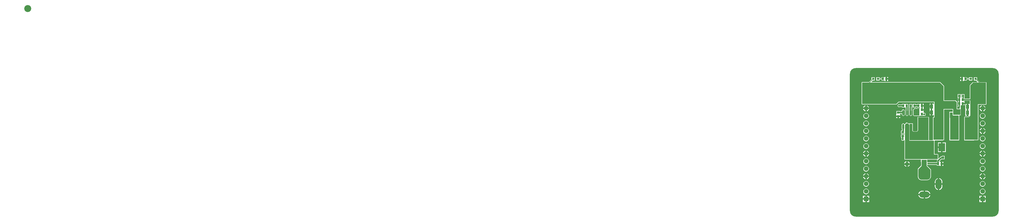
<source format=gtl>
G04 Layer_Physical_Order=1*
G04 Layer_Color=25308*
%FSLAX23Y23*%
%MOIN*%
G70*
G01*
G75*
%ADD10R,0.028X0.033*%
%ADD11R,0.031X0.031*%
%ADD12R,0.030X0.033*%
%ADD13R,0.041X0.053*%
%ADD14R,0.035X0.026*%
%ADD15R,0.053X0.041*%
%ADD16R,0.033X0.030*%
%ADD17O,0.024X0.075*%
%ADD18R,0.118X0.295*%
%ADD19R,0.085X0.108*%
%ADD20R,0.025X0.033*%
%ADD21R,0.071X0.022*%
%ADD22C,0.008*%
%ADD23C,0.020*%
%ADD24C,0.055*%
%ADD25C,0.010*%
%ADD26C,0.015*%
%ADD27C,0.055*%
%ADD28R,0.061X0.061*%
%ADD29C,0.061*%
%ADD30O,0.079X0.138*%
%ADD31O,0.138X0.079*%
%ADD32O,0.157X0.079*%
%ADD33C,0.026*%
%ADD34C,0.092*%
%ADD35C,0.158*%
%ADD36C,0.050*%
G36*
X1837Y1969D02*
X1890Y1969D01*
X1929Y1949D01*
X1969Y1890D01*
X1969Y1836D01*
X1969Y1836D01*
X1969Y132D01*
X1969Y132D01*
X1969Y79D01*
X1949Y39D01*
X1890Y0D01*
X1836Y0D01*
X1836Y-0D01*
X133D01*
X133Y-0D01*
X79Y-0D01*
X39Y20D01*
X0Y79D01*
X0Y133D01*
X-0Y133D01*
X-0Y1837D01*
X-0Y1837D01*
X-0Y1890D01*
X20Y1929D01*
X79Y1969D01*
X133Y1969D01*
X133Y1969D01*
X1837Y1969D01*
X1837Y1969D01*
D02*
G37*
%LPC*%
G36*
X1755Y672D02*
X1745Y671D01*
X1737Y667D01*
X1729Y661D01*
X1723Y653D01*
X1719Y645D01*
X1718Y635D01*
X1719Y625D01*
X1723Y617D01*
X1729Y609D01*
X1737Y603D01*
X1745Y599D01*
X1755Y598D01*
X1765Y599D01*
X1773Y603D01*
X1781Y609D01*
X1787Y617D01*
X1791Y625D01*
X1792Y635D01*
X1791Y645D01*
X1787Y653D01*
X1781Y661D01*
X1773Y667D01*
X1765Y671D01*
X1755Y672D01*
D02*
G37*
G36*
X215D02*
X205Y671D01*
X197Y667D01*
X189Y661D01*
X183Y653D01*
X179Y645D01*
X178Y635D01*
X179Y625D01*
X183Y617D01*
X189Y609D01*
X197Y603D01*
X205Y599D01*
X215Y598D01*
X225Y599D01*
X233Y603D01*
X241Y609D01*
X247Y617D01*
X251Y625D01*
X252Y635D01*
X251Y645D01*
X247Y653D01*
X241Y661D01*
X233Y667D01*
X225Y671D01*
X215Y672D01*
D02*
G37*
G36*
X745Y688D02*
X718D01*
X722Y679D01*
X728Y671D01*
X736Y665D01*
X745Y662D01*
Y688D01*
D02*
G37*
G36*
X1236Y690D02*
X1223D01*
Y673D01*
X1236D01*
Y690D01*
D02*
G37*
G36*
X792Y688D02*
X765D01*
Y662D01*
X774Y665D01*
X782Y671D01*
X788Y679D01*
X792Y688D01*
D02*
G37*
G36*
X1765Y575D02*
Y545D01*
X1795D01*
X1794Y546D01*
X1790Y555D01*
X1784Y564D01*
X1775Y570D01*
X1766Y574D01*
X1765Y575D01*
D02*
G37*
G36*
X1795Y525D02*
X1765D01*
Y495D01*
X1766Y496D01*
X1775Y500D01*
X1784Y506D01*
X1790Y515D01*
X1794Y524D01*
X1795Y525D01*
D02*
G37*
G36*
X1745D02*
X1715D01*
X1716Y524D01*
X1720Y515D01*
X1726Y506D01*
X1735Y500D01*
X1744Y496D01*
X1745Y495D01*
Y525D01*
D02*
G37*
G36*
X205Y575D02*
X204Y574D01*
X195Y570D01*
X186Y564D01*
X180Y555D01*
X176Y546D01*
X175Y545D01*
X205D01*
Y575D01*
D02*
G37*
G36*
X1745D02*
X1744Y574D01*
X1735Y570D01*
X1726Y564D01*
X1720Y555D01*
X1716Y546D01*
X1715Y545D01*
X1745D01*
Y575D01*
D02*
G37*
G36*
X225D02*
Y545D01*
X255D01*
X254Y546D01*
X250Y555D01*
X244Y564D01*
X235Y570D01*
X226Y574D01*
X225Y575D01*
D02*
G37*
G36*
X1745Y825D02*
X1715D01*
X1716Y824D01*
X1720Y815D01*
X1726Y806D01*
X1735Y800D01*
X1744Y796D01*
X1745Y795D01*
Y825D01*
D02*
G37*
G36*
X255D02*
X225D01*
Y795D01*
X226Y796D01*
X235Y800D01*
X244Y806D01*
X250Y815D01*
X254Y824D01*
X255Y825D01*
D02*
G37*
G36*
X1795D02*
X1765D01*
Y795D01*
X1766Y796D01*
X1775Y800D01*
X1784Y806D01*
X1790Y815D01*
X1794Y824D01*
X1795Y825D01*
D02*
G37*
G36*
X225Y875D02*
Y845D01*
X255D01*
X254Y846D01*
X250Y855D01*
X244Y864D01*
X235Y870D01*
X226Y874D01*
X225Y875D01*
D02*
G37*
G36*
X205D02*
X204Y874D01*
X195Y870D01*
X186Y864D01*
X180Y855D01*
X176Y846D01*
X175Y845D01*
X205D01*
Y875D01*
D02*
G37*
G36*
Y825D02*
X175D01*
X176Y824D01*
X180Y815D01*
X186Y806D01*
X195Y800D01*
X204Y796D01*
X205Y795D01*
Y825D01*
D02*
G37*
G36*
X1755Y772D02*
X1745Y771D01*
X1737Y767D01*
X1729Y761D01*
X1723Y753D01*
X1719Y745D01*
X1718Y735D01*
X1719Y725D01*
X1723Y717D01*
X1729Y709D01*
X1737Y703D01*
X1745Y699D01*
X1755Y698D01*
X1765Y699D01*
X1773Y703D01*
X1781Y709D01*
X1787Y717D01*
X1791Y725D01*
X1792Y735D01*
X1791Y745D01*
X1787Y753D01*
X1781Y761D01*
X1773Y767D01*
X1765Y771D01*
X1755Y772D01*
D02*
G37*
G36*
X215D02*
X205Y771D01*
X197Y767D01*
X189Y761D01*
X183Y753D01*
X179Y745D01*
X178Y735D01*
X179Y725D01*
X183Y717D01*
X189Y709D01*
X197Y703D01*
X205Y699D01*
X215Y698D01*
X225Y699D01*
X233Y703D01*
X241Y709D01*
X247Y717D01*
X251Y725D01*
X252Y735D01*
X251Y745D01*
X247Y753D01*
X241Y761D01*
X233Y767D01*
X225Y771D01*
X215Y772D01*
D02*
G37*
G36*
X745Y735D02*
X736Y731D01*
X728Y725D01*
X722Y717D01*
X718Y708D01*
X745D01*
Y735D01*
D02*
G37*
G36*
X1223Y727D02*
Y710D01*
X1236D01*
Y727D01*
X1223D01*
D02*
G37*
G36*
X765Y735D02*
Y708D01*
X792D01*
X788Y717D01*
X782Y725D01*
X774Y731D01*
X765Y735D01*
D02*
G37*
G36*
X256Y276D02*
X225D01*
Y245D01*
X256D01*
Y276D01*
D02*
G37*
G36*
X205D02*
X174D01*
Y245D01*
X205D01*
Y276D01*
D02*
G37*
G36*
X1745D02*
X1714D01*
Y245D01*
X1745D01*
Y276D01*
D02*
G37*
G36*
X215Y372D02*
X205Y371D01*
X197Y367D01*
X189Y361D01*
X183Y353D01*
X179Y345D01*
X178Y335D01*
X179Y325D01*
X183Y317D01*
X189Y309D01*
X197Y303D01*
X205Y299D01*
X215Y298D01*
X225Y299D01*
X233Y303D01*
X241Y309D01*
X247Y317D01*
X251Y325D01*
X252Y335D01*
X251Y345D01*
X247Y353D01*
X241Y361D01*
X233Y367D01*
X225Y371D01*
X215Y372D01*
D02*
G37*
G36*
X1796Y276D02*
X1765D01*
Y245D01*
X1796D01*
Y276D01*
D02*
G37*
G36*
X1063Y284D02*
X995D01*
Y244D01*
X1015D01*
X1027Y246D01*
X1039Y251D01*
X1050Y259D01*
X1058Y269D01*
X1063Y281D01*
X1063Y284D01*
D02*
G37*
G36*
X256Y225D02*
X225D01*
Y194D01*
X256D01*
Y225D01*
D02*
G37*
G36*
X205D02*
X174D01*
Y194D01*
X205D01*
Y225D01*
D02*
G37*
G36*
X1745D02*
X1714D01*
Y194D01*
X1745D01*
Y225D01*
D02*
G37*
G36*
X975Y284D02*
X907D01*
X907Y281D01*
X912Y269D01*
X920Y259D01*
X931Y251D01*
X943Y246D01*
X955Y244D01*
X975D01*
Y284D01*
D02*
G37*
G36*
X1796Y225D02*
X1765D01*
Y194D01*
X1796D01*
Y225D01*
D02*
G37*
G36*
X1164Y510D02*
X1161Y509D01*
X1149Y504D01*
X1139Y496D01*
X1131Y486D01*
X1126Y474D01*
X1124Y461D01*
Y442D01*
X1164D01*
Y510D01*
D02*
G37*
G36*
X1755Y472D02*
X1745Y471D01*
X1737Y467D01*
X1729Y461D01*
X1723Y453D01*
X1719Y445D01*
X1718Y435D01*
X1719Y425D01*
X1723Y417D01*
X1729Y409D01*
X1737Y403D01*
X1745Y399D01*
X1755Y398D01*
X1765Y399D01*
X1773Y403D01*
X1781Y409D01*
X1787Y417D01*
X1791Y425D01*
X1792Y435D01*
X1791Y445D01*
X1787Y453D01*
X1781Y461D01*
X1773Y467D01*
X1765Y471D01*
X1755Y472D01*
D02*
G37*
G36*
X1184Y510D02*
Y442D01*
X1224D01*
Y461D01*
X1222Y474D01*
X1217Y486D01*
X1209Y496D01*
X1199Y504D01*
X1187Y509D01*
X1184Y510D01*
D02*
G37*
G36*
X255Y525D02*
X225D01*
Y495D01*
X226Y496D01*
X235Y500D01*
X244Y506D01*
X250Y515D01*
X254Y524D01*
X255Y525D01*
D02*
G37*
G36*
X205D02*
X175D01*
X176Y524D01*
X180Y515D01*
X186Y506D01*
X195Y500D01*
X204Y496D01*
X205Y495D01*
Y525D01*
D02*
G37*
G36*
X215Y472D02*
X205Y471D01*
X197Y467D01*
X189Y461D01*
X183Y453D01*
X179Y445D01*
X178Y435D01*
X179Y425D01*
X183Y417D01*
X189Y409D01*
X197Y403D01*
X205Y399D01*
X215Y398D01*
X225Y399D01*
X233Y403D01*
X241Y409D01*
X247Y417D01*
X251Y425D01*
X252Y435D01*
X251Y445D01*
X247Y453D01*
X241Y461D01*
X233Y467D01*
X225Y471D01*
X215Y472D01*
D02*
G37*
G36*
X975Y344D02*
X955D01*
X943Y342D01*
X931Y337D01*
X920Y329D01*
X912Y319D01*
X907Y307D01*
X907Y304D01*
X975D01*
Y344D01*
D02*
G37*
G36*
X1755Y372D02*
X1745Y371D01*
X1737Y367D01*
X1729Y361D01*
X1723Y353D01*
X1719Y345D01*
X1718Y335D01*
X1719Y325D01*
X1723Y317D01*
X1729Y309D01*
X1737Y303D01*
X1745Y299D01*
X1755Y298D01*
X1765Y299D01*
X1773Y303D01*
X1781Y309D01*
X1787Y317D01*
X1791Y325D01*
X1792Y335D01*
X1791Y345D01*
X1787Y353D01*
X1781Y361D01*
X1773Y367D01*
X1765Y371D01*
X1755Y372D01*
D02*
G37*
G36*
X1015Y344D02*
X995D01*
Y304D01*
X1063D01*
X1063Y307D01*
X1058Y319D01*
X1050Y329D01*
X1039Y337D01*
X1027Y342D01*
X1015Y344D01*
D02*
G37*
G36*
X1224Y422D02*
X1184D01*
Y354D01*
X1187Y354D01*
X1199Y359D01*
X1209Y367D01*
X1217Y377D01*
X1222Y389D01*
X1224Y402D01*
Y422D01*
D02*
G37*
G36*
X1164D02*
X1124D01*
Y402D01*
X1126Y389D01*
X1131Y377D01*
X1139Y367D01*
X1149Y359D01*
X1161Y354D01*
X1164Y354D01*
Y422D01*
D02*
G37*
G36*
X1745Y875D02*
X1744Y874D01*
X1735Y870D01*
X1726Y864D01*
X1720Y855D01*
X1716Y846D01*
X1715Y845D01*
X1745D01*
Y875D01*
D02*
G37*
G36*
X1683Y1847D02*
X1640D01*
Y1803D01*
X1669D01*
X1685Y1787D01*
X1683Y1781D01*
X1628D01*
X1628Y1781D01*
X1628Y1781D01*
X1626Y1781D01*
X1623Y1780D01*
X1623Y1780D01*
X1623Y1780D01*
X1589Y1745D01*
X1588Y1742D01*
X1587Y1740D01*
Y1600D01*
Y1564D01*
X1517D01*
X1512Y1568D01*
Y1572D01*
X1515Y1577D01*
X1515Y1577D01*
Y1577D01*
X1515Y1583D01*
Y1623D01*
X1474D01*
Y1577D01*
X1474Y1577D01*
X1474D01*
D01*
X1471Y1573D01*
X1470D01*
X1469D01*
X1466Y1577D01*
X1466Y1577D01*
X1466Y1577D01*
Y1623D01*
X1425D01*
Y1577D01*
X1425D01*
X1428Y1573D01*
Y1527D01*
X1428D01*
Y1523D01*
X1428D01*
Y1477D01*
X1434D01*
Y1461D01*
X1420D01*
X1420Y1516D01*
X1418Y1521D01*
X1401Y1539D01*
X1396Y1540D01*
X1246Y1540D01*
Y1595D01*
Y1729D01*
X1245Y1734D01*
X1196Y1783D01*
X1191Y1784D01*
X290D01*
X288Y1790D01*
X301Y1803D01*
X330D01*
Y1847D01*
X287D01*
Y1818D01*
X254Y1784D01*
X164D01*
X159Y1783D01*
X157Y1778D01*
Y1493D01*
X159Y1488D01*
X164Y1487D01*
X611D01*
X616Y1488D01*
X645Y1518D01*
X1109Y1518D01*
X1114Y1513D01*
Y1502D01*
X1111Y1497D01*
X1111D01*
X1108Y1497D01*
X1090D01*
Y1460D01*
X1075D01*
Y1450D01*
X1055D01*
X1055Y1390D01*
X1070D01*
Y1370D01*
X1055D01*
X1055Y1343D01*
X1070D01*
Y1380D01*
X1090D01*
Y1343D01*
X1108D01*
X1111Y1343D01*
X1111D01*
X1114Y1338D01*
X1114Y1338D01*
Y1319D01*
X1098D01*
Y1017D01*
X1094Y1012D01*
X1046Y1012D01*
X1046Y1315D01*
X1045Y1320D01*
X1040Y1321D01*
X902Y1321D01*
X897Y1320D01*
X895Y1315D01*
X895Y1148D01*
Y1144D01*
D01*
D01*
X882Y1131D01*
X843Y1131D01*
X833Y1141D01*
Y1144D01*
D01*
Y1144D01*
Y1150D01*
X833Y1150D01*
X833Y1233D01*
X832Y1233D01*
X831Y1235D01*
X826Y1236D01*
X790Y1236D01*
X785Y1235D01*
X779Y1234D01*
X779Y1234D01*
X772Y1239D01*
X764Y1243D01*
X757Y1243D01*
X757Y1245D01*
X742D01*
X742Y1241D01*
X738Y1239D01*
X731Y1234D01*
X727Y1228D01*
X722Y1228D01*
X720Y1228D01*
X718Y1231D01*
X712Y1235D01*
X705Y1236D01*
X698Y1235D01*
X692Y1231D01*
X688Y1225D01*
X687Y1218D01*
Y1167D01*
X688Y1160D01*
X689Y1159D01*
Y1140D01*
X677D01*
Y1099D01*
X721D01*
Y1091D01*
X677D01*
Y1050D01*
X684D01*
Y1035D01*
X682Y1032D01*
X681Y1025D01*
X682Y1018D01*
X686Y1011D01*
X693Y1007D01*
X700Y1006D01*
X707Y1007D01*
X714Y1011D01*
X715Y1014D01*
X721Y1012D01*
Y840D01*
X721Y840D01*
X722Y837D01*
Y763D01*
X723Y758D01*
X728Y757D01*
X940D01*
Y723D01*
X940D01*
X942Y722D01*
X942Y676D01*
X900Y635D01*
X899Y630D01*
Y525D01*
X900Y520D01*
X901Y520D01*
X901Y518D01*
X906Y507D01*
X913Y498D01*
X923Y490D01*
X934Y486D01*
X946Y484D01*
X1024D01*
X1036Y486D01*
X1047Y490D01*
X1057Y498D01*
X1064Y507D01*
X1069Y518D01*
X1069Y520D01*
X1070Y520D01*
X1071Y525D01*
X1071Y624D01*
X1070Y629D01*
X1021Y677D01*
Y686D01*
X1102D01*
Y686D01*
X1148D01*
Y677D01*
X1183D01*
X1185Y677D01*
X1189Y673D01*
D01*
X1190D01*
X1191Y673D01*
X1203D01*
Y700D01*
Y727D01*
X1191D01*
X1190Y727D01*
X1189D01*
X1189D01*
X1186Y728D01*
X1185Y734D01*
X1210Y759D01*
X1215Y761D01*
Y761D01*
X1215Y761D01*
X1227D01*
X1228Y760D01*
X1234Y759D01*
X1240Y760D01*
X1241Y761D01*
X1252D01*
Y805D01*
X1215D01*
Y797D01*
X1209D01*
X1203Y796D01*
X1197Y793D01*
X1174Y769D01*
X1168Y771D01*
X1168Y823D01*
X1167Y828D01*
X1162Y829D01*
X1120Y829D01*
X1120Y855D01*
X1120D01*
Y971D01*
D01*
X1120Y1005D01*
X1121Y1006D01*
X1125Y1011D01*
X1228D01*
Y1014D01*
X1240D01*
X1245Y1015D01*
X1246Y1020D01*
Y1260D01*
X1246D01*
Y1416D01*
X1250Y1420D01*
X1360D01*
Y1390D01*
X1316D01*
Y1376D01*
Y1376D01*
Y1310D01*
X1317Y1309D01*
Y1011D01*
X1447D01*
Y1319D01*
X1446D01*
Y1335D01*
X1446Y1336D01*
X1450Y1342D01*
X1461D01*
X1466Y1344D01*
X1466Y1345D01*
D01*
X1467Y1348D01*
X1467Y1348D01*
X1467Y1347D01*
X1467Y1347D01*
X1467Y1347D01*
X1467Y1478D01*
X1516Y1478D01*
Y1523D01*
X1516Y1524D01*
Y1527D01*
Y1527D01*
X1513Y1530D01*
X1514Y1532D01*
X1517Y1536D01*
X1587D01*
Y1497D01*
X1586Y1492D01*
X1582Y1492D01*
X1581D01*
X1565D01*
Y1455D01*
X1545D01*
Y1492D01*
X1525D01*
Y1418D01*
X1545D01*
Y1440D01*
X1565D01*
Y1418D01*
X1580D01*
X1582Y1415D01*
X1580Y1412D01*
X1565D01*
Y1385D01*
X1545D01*
Y1412D01*
X1525D01*
Y1338D01*
X1545D01*
Y1375D01*
X1565D01*
Y1338D01*
X1576D01*
X1579Y1333D01*
X1572Y1326D01*
X1521D01*
X1519Y1328D01*
X1511Y1320D01*
X1513Y1317D01*
Y1011D01*
X1643D01*
Y1014D01*
X1693D01*
X1698Y1015D01*
X1699Y1020D01*
Y1484D01*
X1800D01*
X1805Y1485D01*
X1806Y1490D01*
Y1740D01*
Y1775D01*
X1805Y1780D01*
X1800Y1781D01*
X1719D01*
X1683Y1818D01*
Y1847D01*
D02*
G37*
G36*
X826Y1493D02*
X785D01*
Y1447D01*
X789D01*
Y1411D01*
X788Y1410D01*
X787Y1403D01*
Y1352D01*
X788Y1345D01*
X792Y1339D01*
X798Y1335D01*
X805Y1334D01*
X812Y1335D01*
X818Y1339D01*
X822Y1345D01*
X823Y1352D01*
Y1403D01*
X822Y1410D01*
X821Y1411D01*
Y1447D01*
X826D01*
Y1493D01*
D02*
G37*
G36*
X205Y1425D02*
X175D01*
X176Y1424D01*
X180Y1415D01*
X186Y1406D01*
X195Y1400D01*
X204Y1396D01*
X205Y1395D01*
Y1425D01*
D02*
G37*
G36*
X733Y1493D02*
X730D01*
X727D01*
X727Y1493D01*
X688D01*
Y1486D01*
X660D01*
X657Y1488D01*
X650Y1489D01*
X643Y1488D01*
X636Y1484D01*
X632Y1477D01*
X631Y1470D01*
X632Y1463D01*
X636Y1456D01*
X643Y1452D01*
X650Y1451D01*
X657Y1452D01*
X660Y1454D01*
X688D01*
Y1447D01*
X727D01*
X727Y1447D01*
X730D01*
X733D01*
X739Y1446D01*
Y1411D01*
X738Y1410D01*
X737Y1403D01*
Y1352D01*
X738Y1345D01*
X742Y1339D01*
X748Y1335D01*
X755Y1334D01*
X762Y1335D01*
X768Y1339D01*
X772Y1345D01*
X773Y1352D01*
Y1403D01*
X772Y1410D01*
X771Y1411D01*
Y1447D01*
X772D01*
Y1493D01*
X733D01*
X733Y1493D01*
D02*
G37*
G36*
X1472Y1815D02*
X1459D01*
Y1798D01*
X1472D01*
Y1815D01*
D02*
G37*
G36*
X630Y1320D02*
X613D01*
Y1306D01*
X630D01*
Y1320D01*
D02*
G37*
G36*
X1755Y1372D02*
X1745Y1371D01*
X1737Y1367D01*
X1729Y1361D01*
X1723Y1353D01*
X1719Y1345D01*
X1718Y1335D01*
X1719Y1325D01*
X1723Y1317D01*
X1729Y1309D01*
X1737Y1303D01*
X1745Y1299D01*
X1755Y1298D01*
X1765Y1299D01*
X1773Y1303D01*
X1781Y1309D01*
X1787Y1317D01*
X1791Y1325D01*
X1792Y1335D01*
X1791Y1345D01*
X1787Y1353D01*
X1781Y1361D01*
X1773Y1367D01*
X1765Y1371D01*
X1755Y1372D01*
D02*
G37*
G36*
X506Y1815D02*
X493D01*
Y1798D01*
X506D01*
Y1815D01*
D02*
G37*
G36*
X667Y1320D02*
X650D01*
Y1306D01*
X667D01*
Y1320D01*
D02*
G37*
G36*
X255Y1425D02*
X225D01*
Y1395D01*
X226Y1396D01*
X235Y1400D01*
X244Y1406D01*
X250Y1415D01*
X254Y1424D01*
X255Y1425D01*
D02*
G37*
G36*
X1745Y1475D02*
X1744Y1474D01*
X1735Y1470D01*
X1726Y1464D01*
X1720Y1455D01*
X1716Y1446D01*
X1715Y1445D01*
X1745D01*
Y1475D01*
D02*
G37*
G36*
X225D02*
Y1445D01*
X255D01*
X254Y1446D01*
X250Y1455D01*
X244Y1464D01*
X235Y1470D01*
X226Y1474D01*
X225Y1475D01*
D02*
G37*
G36*
X1070Y1497D02*
X1055D01*
X1055Y1470D01*
X1070D01*
Y1497D01*
D02*
G37*
G36*
X1765Y1475D02*
Y1445D01*
X1795D01*
X1794Y1446D01*
X1790Y1455D01*
X1784Y1464D01*
X1775Y1470D01*
X1766Y1474D01*
X1765Y1475D01*
D02*
G37*
G36*
X205D02*
X204Y1474D01*
X195Y1470D01*
X186Y1464D01*
X180Y1455D01*
X176Y1446D01*
X175Y1445D01*
X205D01*
Y1475D01*
D02*
G37*
G36*
X1795Y1425D02*
X1765D01*
Y1395D01*
X1766Y1396D01*
X1775Y1400D01*
X1784Y1406D01*
X1790Y1415D01*
X1794Y1424D01*
X1795Y1425D01*
D02*
G37*
G36*
X1745D02*
X1715D01*
X1716Y1424D01*
X1720Y1415D01*
X1726Y1406D01*
X1735Y1400D01*
X1744Y1396D01*
X1745Y1395D01*
Y1425D01*
D02*
G37*
G36*
X929Y1497D02*
X929D01*
X925Y1493D01*
X923Y1493D01*
X888D01*
Y1486D01*
X875D01*
Y1493D01*
X834D01*
Y1447D01*
X875D01*
Y1454D01*
X888D01*
Y1447D01*
X923D01*
X925Y1447D01*
X925Y1446D01*
Y1439D01*
X925Y1438D01*
X923Y1438D01*
X888D01*
Y1436D01*
X856D01*
X852Y1435D01*
X838Y1421D01*
X836Y1416D01*
Y1348D01*
X837Y1345D01*
X838Y1343D01*
X845Y1335D01*
X850Y1334D01*
X920D01*
X925Y1335D01*
X925Y1337D01*
X927D01*
X927Y1337D01*
X930D01*
X933D01*
X933Y1337D01*
X972D01*
X972Y1337D01*
X978Y1337D01*
X985Y1336D01*
X992Y1337D01*
X999Y1341D01*
X1003Y1348D01*
X1003Y1349D01*
X1004Y1349D01*
Y1357D01*
X1003Y1363D01*
X998Y1369D01*
X992Y1374D01*
X986Y1375D01*
X975D01*
X975Y1497D01*
X963D01*
Y1470D01*
X943D01*
Y1497D01*
X931D01*
X930Y1497D01*
X929D01*
D02*
G37*
G36*
X705Y1421D02*
X698Y1420D01*
X692Y1416D01*
X688Y1410D01*
X687Y1403D01*
Y1396D01*
X663D01*
Y1400D01*
X617D01*
Y1361D01*
X617Y1360D01*
X613Y1355D01*
D01*
Y1355D01*
X613Y1354D01*
Y1340D01*
X667D01*
Y1354D01*
X667Y1355D01*
Y1355D01*
Y1355D01*
X665Y1357D01*
X667Y1363D01*
X668Y1363D01*
X687D01*
Y1352D01*
X688Y1345D01*
X692Y1339D01*
X698Y1335D01*
X705Y1334D01*
X712Y1335D01*
X718Y1339D01*
X722Y1345D01*
X723Y1352D01*
Y1403D01*
X722Y1410D01*
X718Y1416D01*
X712Y1420D01*
X705Y1421D01*
D02*
G37*
G36*
X473Y1850D02*
X457D01*
X455Y1848D01*
X453Y1848D01*
X418D01*
Y1835D01*
X393D01*
Y1847D01*
X350D01*
Y1803D01*
X393D01*
Y1815D01*
X418D01*
Y1802D01*
X453D01*
X455Y1802D01*
X459Y1798D01*
D01*
X460D01*
X461Y1798D01*
X473D01*
Y1825D01*
Y1850D01*
D02*
G37*
G36*
X215Y1072D02*
X205Y1071D01*
X197Y1067D01*
X189Y1061D01*
X183Y1053D01*
X179Y1045D01*
X178Y1035D01*
X179Y1025D01*
X183Y1017D01*
X189Y1009D01*
X197Y1003D01*
X205Y999D01*
X215Y998D01*
X225Y999D01*
X233Y1003D01*
X241Y1009D01*
X247Y1017D01*
X251Y1025D01*
X252Y1035D01*
X251Y1045D01*
X247Y1053D01*
X241Y1061D01*
X233Y1067D01*
X225Y1071D01*
X215Y1072D01*
D02*
G37*
G36*
X1755D02*
X1745Y1071D01*
X1737Y1067D01*
X1729Y1061D01*
X1723Y1053D01*
X1719Y1045D01*
X1718Y1035D01*
X1719Y1025D01*
X1723Y1017D01*
X1729Y1009D01*
X1737Y1003D01*
X1745Y999D01*
X1755Y998D01*
X1765Y999D01*
X1773Y1003D01*
X1781Y1009D01*
X1787Y1017D01*
X1791Y1025D01*
X1792Y1035D01*
X1791Y1045D01*
X1787Y1053D01*
X1781Y1061D01*
X1773Y1067D01*
X1765Y1071D01*
X1755Y1072D01*
D02*
G37*
G36*
X1472Y1850D02*
X1459D01*
Y1835D01*
X1472D01*
Y1850D01*
D02*
G37*
G36*
X1207Y984D02*
X1165D01*
Y980D01*
Y930D01*
X1181D01*
Y910D01*
X1165Y910D01*
Y863D01*
Y856D01*
X1207D01*
Y920D01*
Y984D01*
D02*
G37*
G36*
X1270D02*
X1227D01*
Y920D01*
Y856D01*
X1270D01*
Y864D01*
Y976D01*
Y984D01*
D02*
G37*
G36*
X1765Y875D02*
Y845D01*
X1795D01*
X1794Y846D01*
X1790Y855D01*
X1784Y864D01*
X1775Y870D01*
X1766Y874D01*
X1765Y875D01*
D02*
G37*
G36*
X1755Y972D02*
X1745Y971D01*
X1737Y967D01*
X1729Y961D01*
X1723Y953D01*
X1719Y945D01*
X1718Y935D01*
X1719Y925D01*
X1723Y917D01*
X1729Y909D01*
X1737Y903D01*
X1745Y899D01*
X1755Y898D01*
X1765Y899D01*
X1773Y903D01*
X1781Y909D01*
X1787Y917D01*
X1791Y925D01*
X1792Y935D01*
X1791Y945D01*
X1787Y953D01*
X1781Y961D01*
X1773Y967D01*
X1765Y971D01*
X1755Y972D01*
D02*
G37*
G36*
X215D02*
X205Y971D01*
X197Y967D01*
X189Y961D01*
X183Y953D01*
X179Y945D01*
X178Y935D01*
X179Y925D01*
X183Y917D01*
X189Y909D01*
X197Y903D01*
X205Y899D01*
X215Y898D01*
X225Y899D01*
X233Y903D01*
X241Y909D01*
X247Y917D01*
X251Y925D01*
X252Y935D01*
X251Y945D01*
X247Y953D01*
X241Y961D01*
X233Y967D01*
X225Y971D01*
X215Y972D01*
D02*
G37*
G36*
X506Y1850D02*
X493D01*
Y1835D01*
X506D01*
Y1850D01*
D02*
G37*
G36*
X215Y1272D02*
X205Y1271D01*
X197Y1267D01*
X189Y1261D01*
X183Y1253D01*
X179Y1245D01*
X178Y1235D01*
X179Y1225D01*
X183Y1217D01*
X189Y1209D01*
X197Y1203D01*
X205Y1199D01*
X215Y1198D01*
X225Y1199D01*
X233Y1203D01*
X241Y1209D01*
X247Y1217D01*
X251Y1225D01*
X252Y1235D01*
X251Y1245D01*
X247Y1253D01*
X241Y1261D01*
X233Y1267D01*
X225Y1271D01*
X215Y1272D01*
D02*
G37*
G36*
X1765Y1175D02*
Y1145D01*
X1795D01*
X1794Y1146D01*
X1790Y1155D01*
X1784Y1164D01*
X1775Y1170D01*
X1766Y1174D01*
X1765Y1175D01*
D02*
G37*
G36*
X215Y1372D02*
X205Y1371D01*
X197Y1367D01*
X189Y1361D01*
X183Y1353D01*
X179Y1345D01*
X178Y1335D01*
X179Y1325D01*
X183Y1317D01*
X189Y1309D01*
X197Y1303D01*
X205Y1299D01*
X215Y1298D01*
X225Y1299D01*
X233Y1303D01*
X241Y1309D01*
X247Y1317D01*
X251Y1325D01*
X252Y1335D01*
X251Y1345D01*
X247Y1353D01*
X241Y1361D01*
X233Y1367D01*
X225Y1371D01*
X215Y1372D01*
D02*
G37*
G36*
X1755Y1272D02*
X1745Y1271D01*
X1737Y1267D01*
X1729Y1261D01*
X1723Y1253D01*
X1719Y1245D01*
X1718Y1235D01*
X1719Y1225D01*
X1723Y1217D01*
X1729Y1209D01*
X1737Y1203D01*
X1745Y1199D01*
X1755Y1198D01*
X1765Y1199D01*
X1773Y1203D01*
X1781Y1209D01*
X1787Y1217D01*
X1791Y1225D01*
X1792Y1235D01*
X1791Y1245D01*
X1787Y1253D01*
X1781Y1261D01*
X1773Y1267D01*
X1765Y1271D01*
X1755Y1272D01*
D02*
G37*
G36*
X1745Y1175D02*
X1744Y1174D01*
X1735Y1170D01*
X1726Y1164D01*
X1720Y1155D01*
X1716Y1146D01*
X1715Y1145D01*
X1745D01*
Y1175D01*
D02*
G37*
G36*
X1795Y1125D02*
X1765D01*
Y1095D01*
X1766Y1096D01*
X1775Y1100D01*
X1784Y1106D01*
X1790Y1115D01*
X1794Y1124D01*
X1795Y1125D01*
D02*
G37*
G36*
X1745D02*
X1715D01*
X1716Y1124D01*
X1720Y1115D01*
X1726Y1106D01*
X1735Y1100D01*
X1744Y1096D01*
X1745Y1095D01*
Y1125D01*
D02*
G37*
G36*
X1508Y1850D02*
X1492D01*
Y1825D01*
Y1798D01*
X1504D01*
X1505Y1798D01*
X1506D01*
X1506D01*
X1510Y1802D01*
X1512Y1802D01*
X1547D01*
Y1815D01*
X1577D01*
Y1803D01*
X1620D01*
Y1847D01*
X1577D01*
Y1835D01*
X1547D01*
Y1848D01*
X1512D01*
X1510Y1848D01*
X1508Y1850D01*
D02*
G37*
G36*
X215Y1172D02*
X205Y1171D01*
X197Y1167D01*
X189Y1161D01*
X183Y1153D01*
X179Y1145D01*
X178Y1135D01*
X179Y1125D01*
X183Y1117D01*
X189Y1109D01*
X197Y1103D01*
X205Y1099D01*
X215Y1098D01*
X225Y1099D01*
X233Y1103D01*
X241Y1109D01*
X247Y1117D01*
X251Y1125D01*
X252Y1135D01*
X251Y1145D01*
X247Y1153D01*
X241Y1161D01*
X233Y1167D01*
X225Y1171D01*
X215Y1172D01*
D02*
G37*
%LPD*%
G36*
X1800Y1740D02*
Y1490D01*
X1693D01*
Y1020D01*
X1520D01*
Y1320D01*
X1575D01*
X1594Y1339D01*
Y1490D01*
Y1740D01*
X1628Y1775D01*
X1800D01*
Y1740D01*
D02*
G37*
G36*
X1040Y1012D02*
X790Y1012D01*
Y1230D01*
X826Y1230D01*
X826Y1139D01*
X840Y1125D01*
X885Y1125D01*
X902Y1142D01*
X902Y1315D01*
X1040Y1315D01*
X1040Y1012D01*
D02*
G37*
G36*
X1114Y1006D02*
X1114Y823D01*
X1162Y823D01*
X1162Y763D01*
X1030Y763D01*
X728D01*
Y1006D01*
X1030D01*
Y1006D01*
X1114Y1006D01*
D02*
G37*
G36*
X1154Y757D02*
X1155Y753D01*
X1156Y751D01*
X1152Y746D01*
X1151Y739D01*
Y723D01*
X1148D01*
Y719D01*
X1102D01*
Y719D01*
X1028D01*
X1023Y723D01*
Y757D01*
X1030D01*
X1154Y757D01*
D02*
G37*
G36*
X1015Y674D02*
X1065Y624D01*
X1065Y525D01*
X905D01*
Y630D01*
X948Y673D01*
X948Y752D01*
X1015Y752D01*
X1015Y674D01*
D02*
G37*
G36*
X1240Y1729D02*
Y1595D01*
Y1534D01*
X1396Y1534D01*
X1414Y1516D01*
X1414Y1424D01*
X1461D01*
Y1349D01*
X1366D01*
Y1426D01*
X1240D01*
Y1020D01*
X1130D01*
X1120Y1030D01*
Y1524D01*
X642Y1524D01*
X611Y1493D01*
X164D01*
Y1778D01*
X1191D01*
X1240Y1729D01*
D02*
G37*
G36*
X1090Y1400D02*
X1070D01*
Y1440D01*
X1090D01*
Y1400D01*
D02*
G37*
G36*
X1360Y1380D02*
X1360Y1346D01*
X1365Y1340D01*
X1435D01*
X1440Y1335D01*
Y1310D01*
X1322D01*
Y1380D01*
X1360Y1380D01*
D02*
G37*
G36*
X920Y1340D02*
X850D01*
X842Y1348D01*
Y1416D01*
X856Y1430D01*
X920D01*
Y1340D01*
D02*
G37*
D10*
X1528Y1825D02*
D03*
X1482D02*
D03*
X437D02*
D03*
X483D02*
D03*
X1493Y1500D02*
D03*
X1447D02*
D03*
Y1550D02*
D03*
X1493D02*
D03*
X953Y1360D02*
D03*
X907D02*
D03*
X953Y1415D02*
D03*
X907D02*
D03*
X953Y1470D02*
D03*
X907D02*
D03*
X707D02*
D03*
X753D02*
D03*
X1167Y700D02*
D03*
X1213D02*
D03*
D11*
X1661Y1825D02*
D03*
X1599D02*
D03*
X309D02*
D03*
X371D02*
D03*
D12*
X1445Y1600D02*
D03*
X1495D02*
D03*
X805Y1470D02*
D03*
X855D02*
D03*
D13*
X1555Y1455D02*
D03*
X1615D02*
D03*
X1555Y1375D02*
D03*
X1615D02*
D03*
X1080Y1380D02*
D03*
X1140D02*
D03*
X1080Y1460D02*
D03*
X1140D02*
D03*
D14*
X1437Y1442D02*
D03*
Y1368D02*
D03*
X1343D02*
D03*
Y1405D02*
D03*
Y1442D02*
D03*
D15*
X1273Y1393D02*
D03*
Y1453D02*
D03*
D16*
X640Y1380D02*
D03*
Y1330D02*
D03*
X700Y1120D02*
D03*
Y1070D02*
D03*
D17*
X855Y1378D02*
D03*
X805D02*
D03*
X755D02*
D03*
X705D02*
D03*
X855Y1192D02*
D03*
X805D02*
D03*
X755D02*
D03*
X705D02*
D03*
D18*
X1382Y1165D02*
D03*
X1578D02*
D03*
X967D02*
D03*
X1163D02*
D03*
D19*
X1217Y920D02*
D03*
X1043D02*
D03*
D20*
X1146Y783D02*
D03*
X1234D02*
D03*
D21*
X982Y740D02*
D03*
X1060Y777D02*
D03*
Y703D02*
D03*
D22*
X1528Y1825D02*
X1599D01*
X371D02*
X437D01*
X1661D02*
X1751Y1735D01*
X219D02*
X309Y1825D01*
X215Y1735D02*
X219D01*
D23*
X1751D02*
X1755D01*
X1055Y703D02*
X1165D01*
X1055Y777D02*
X1138D01*
X805Y1470D02*
X805Y1470D01*
X640Y1380D02*
X703D01*
X705Y1378D01*
X855Y1470D02*
X907D01*
X700Y1120D02*
X705Y1125D01*
Y1192D01*
X700Y1025D02*
Y1070D01*
X805Y1378D02*
Y1470D01*
X753Y1470D02*
X755Y1468D01*
Y1378D02*
Y1468D01*
X650Y1470D02*
X707D01*
X1167Y700D02*
Y739D01*
X1209Y781D01*
X1228D01*
X1234Y775D01*
D24*
X755Y840D02*
Y1192D01*
Y1210D01*
Y840D02*
X1055D01*
D25*
X953Y1360D02*
X958Y1355D01*
X985D01*
X1437Y1442D02*
X1447Y1453D01*
D26*
Y1500D01*
Y1550D01*
Y1598D01*
X1445Y1600D02*
X1447Y1598D01*
X1495Y1552D02*
Y1600D01*
X1493Y1550D02*
X1495Y1552D01*
X1493Y1550D02*
X1630D01*
X1493Y1447D02*
Y1500D01*
Y1447D02*
X1495Y1445D01*
X1493Y1500D02*
X1530D01*
X1535Y1505D01*
X953Y1415D02*
X995D01*
X1000Y1420D01*
X953Y1415D02*
Y1470D01*
X990D01*
X1000Y1480D01*
D27*
X755Y698D02*
D03*
Y840D02*
D03*
D28*
X1755Y235D02*
D03*
X215D02*
D03*
D29*
X1755Y335D02*
D03*
Y435D02*
D03*
Y535D02*
D03*
Y635D02*
D03*
Y735D02*
D03*
Y835D02*
D03*
Y935D02*
D03*
Y1035D02*
D03*
Y1135D02*
D03*
Y1235D02*
D03*
Y1335D02*
D03*
Y1435D02*
D03*
Y1535D02*
D03*
Y1635D02*
D03*
Y1735D02*
D03*
X215Y335D02*
D03*
Y435D02*
D03*
Y535D02*
D03*
Y635D02*
D03*
Y735D02*
D03*
Y835D02*
D03*
Y935D02*
D03*
Y1035D02*
D03*
Y1135D02*
D03*
Y1235D02*
D03*
Y1335D02*
D03*
Y1435D02*
D03*
Y1535D02*
D03*
Y1635D02*
D03*
Y1735D02*
D03*
D30*
X1174Y432D02*
D03*
D31*
X985Y294D02*
D03*
D32*
Y530D02*
D03*
D33*
X1290Y885D02*
D03*
Y920D02*
D03*
Y955D02*
D03*
X1145D02*
D03*
Y920D02*
D03*
X1000Y1480D02*
D03*
X1030D02*
D03*
Y1450D02*
D03*
X1000D02*
D03*
Y1420D02*
D03*
X1030D02*
D03*
X1000Y1390D02*
D03*
X1030D02*
D03*
Y1360D02*
D03*
X850Y1300D02*
D03*
Y1270D02*
D03*
X815Y1300D02*
D03*
Y1270D02*
D03*
X780D02*
D03*
Y1300D02*
D03*
X745D02*
D03*
Y1270D02*
D03*
X710Y1300D02*
D03*
Y1270D02*
D03*
X700Y1025D02*
D03*
X825D02*
D03*
X650Y1470D02*
D03*
X985Y1355D02*
D03*
X1187Y1337D02*
D03*
X1495Y1445D02*
D03*
Y1410D02*
D03*
Y1375D02*
D03*
Y1340D02*
D03*
X1280Y1350D02*
D03*
Y1320D02*
D03*
Y1290D02*
D03*
X1145Y885D02*
D03*
D34*
X-10866Y2756D02*
D03*
D35*
X79Y79D02*
D03*
X1890D02*
D03*
X1890Y1890D02*
D03*
X79D02*
D03*
D36*
X244Y59D02*
D03*
X429D02*
D03*
X614D02*
D03*
X799D02*
D03*
X984D02*
D03*
X1169D02*
D03*
X1354D02*
D03*
X1539D02*
D03*
X1724D02*
D03*
X1909Y244D02*
D03*
Y429D02*
D03*
Y614D02*
D03*
Y799D02*
D03*
Y984D02*
D03*
Y1169D02*
D03*
Y1354D02*
D03*
Y1539D02*
D03*
Y1724D02*
D03*
X1724Y1909D02*
D03*
X1539D02*
D03*
X1354D02*
D03*
X1169D02*
D03*
X984D02*
D03*
X799D02*
D03*
X614D02*
D03*
X429D02*
D03*
X244D02*
D03*
X59Y1724D02*
D03*
Y1539D02*
D03*
Y1354D02*
D03*
Y1169D02*
D03*
Y984D02*
D03*
Y799D02*
D03*
Y614D02*
D03*
Y429D02*
D03*
Y244D02*
D03*
M02*

</source>
